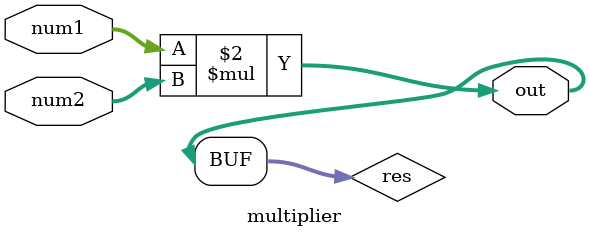
<source format=v>
/*---------------------------------------------------------------------------
 *
 *  Module Name: convolution
 *
 *  Description:
 *    A module for calculating 3*3 convolution
 *
 *    input signals:
 *      - clk
 *          clock signal (positive edge triggered)
 *      - reset
 *          asynchronous reset signal (low active)
 *      - enable
 *          enables the module
 *      - pixel_0 ~ pixel_9
 *          image pixel values (0 to 255)
 *      - kernel_0 ~ kernel_9
 *          kernel weight corresponding to the pixel bit
 *
 *    output signals:
 *      - data_rdy: signal that represents that the output is ready
 *      - data_out: output value of the convolution
 *
 *----------------------*/

module convolution (
    input clk,
    input reset,
    input enable,

    input [7:0] pixel_1,
    input [7:0] pixel_2,
    input [7:0] pixel_3,
    input [7:0] pixel_4,
    input [7:0] pixel_5,
    input [7:0] pixel_6,
    input [7:0] pixel_7,
    input [7:0] pixel_8,
    input [7:0] pixel_9,

    input [8:0] kernel_1,
    input [8:0] kernel_2,
    input [8:0] kernel_3,
    input [8:0] kernel_4,
    input [8:0] kernel_5,
    input [8:0] kernel_6,
    input [8:0] kernel_7,
    input [8:0] kernel_8,
    input [8:0] kernel_9,

    output       data_rdy,
    output [7:0] data_out
);

reg        [3:0] count;
reg signed [8:0] pixel_sel;
reg signed [8:0] kernel_sel;
reg signed [17:0] sum;

reg [7:0] out;
reg       rdy;

wire [17:0] mul;

assign data_out = out;
assign data_rdy = rdy;

multiplier mul_unit (
    .num1(pixel_sel),
    .num2(kernel_sel),
    .out(mul)
);

always @(posedge clk or negedge reset) begin
    if (reset == 1'b0) begin
        count <= 4'd0;
        sum <= 18'd0;
        out <= 8'd0;
        rdy <= 1'b0;
    end else if (enable == 1'b1) begin
        if (count == 4'd0) begin
            count <= count + 4'd1;
            rdy <= 1'b0;
        end else if (count < 4'd9) begin
            sum <= sum + mul;
            count <= count + 4'd1;
        end else if (count == 4'd9) begin
            sum <= sum + mul;
            sum <= sum / 18'd9;

            if (sum > 18'd255)
                sum <= 18'd255;
            
            out <= sum[7:0];
            rdy <= 1'b1;
            count <= 4'd0;
        end
    end
end

always @(count,
         pixel_1, pixel_2, pixel_3, pixel_4, pixel_5, pixel_6, pixel_7, pixel_8, pixel_9,
         kernel_1, kernel_2, kernel_3, kernel_4, kernel_5, kernel_6, kernel_7, kernel_8, kernel_9)
    begin
    case (count)
        4'd0 : begin
            pixel_sel = {1'b0, pixel_1};
            kernel_sel = kernel_1;
        end
        4'd1 : begin
            pixel_sel = {1'b0, pixel_2};
            kernel_sel = kernel_2;
        end
        4'd2 : begin
            pixel_sel = {1'b0, pixel_3};
            kernel_sel = kernel_3;
        end
        4'd3 : begin
            pixel_sel = {1'b0, pixel_4};
            kernel_sel = kernel_4;
        end
        4'd4 : begin
            pixel_sel = {1'b0, pixel_5};
            kernel_sel = kernel_5;
        end
        4'd5 : begin
            pixel_sel = {1'b0, pixel_6};
            kernel_sel = kernel_6;
        end
        4'd6 : begin
            pixel_sel = {1'b0, pixel_7};
            kernel_sel = kernel_7;
        end
        4'd7 : begin
            pixel_sel = {1'b0, pixel_8};
            kernel_sel = kernel_8;
        end
        4'd8 : begin
            pixel_sel = {1'b0, pixel_9};
            kernel_sel = kernel_9;
        end
        default: begin
            pixel_sel = {1'b0, pixel_1};
            kernel_sel = kernel_1;
        end
    endcase
end
    
endmodule


module multiplier (
    input  [8:0]  num1,
    input  [8:0]  num2,
    output [17:0] out
);

reg [17:0] res;

assign out = res;

always @(*) begin
    res = num1 * num2;
end
    
endmodule
</source>
